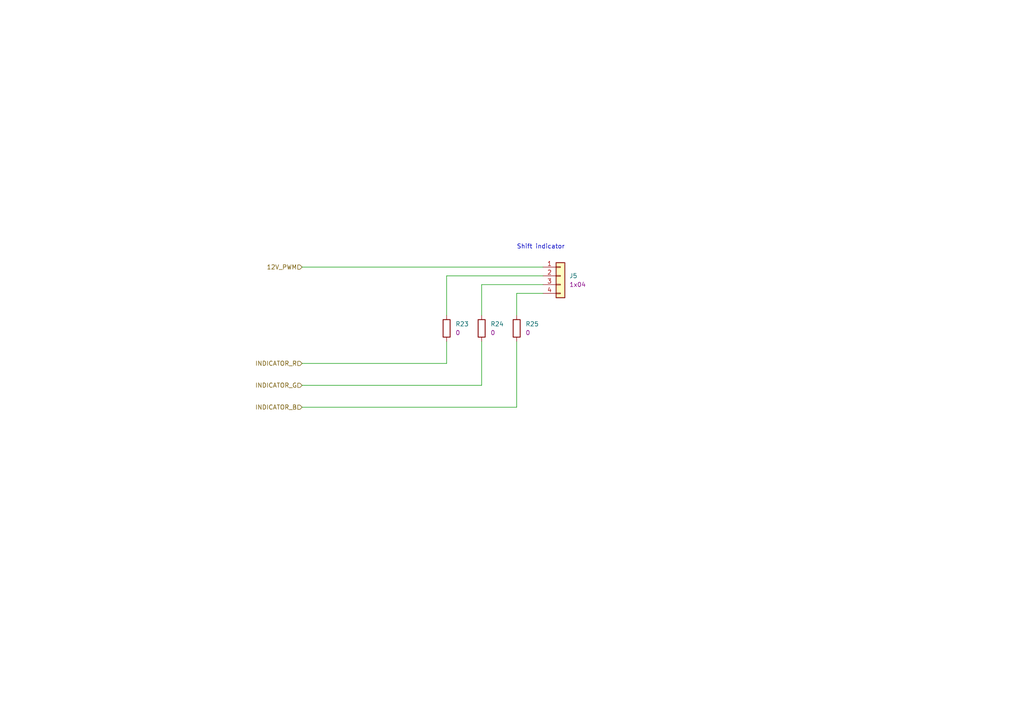
<source format=kicad_sch>
(kicad_sch (version 20211123) (generator eeschema)
  (paper "A4")
  (title_block (title "Gear Display Board") (date "2022-08-13") (rev "1.0") (company "Kallio Designs Oy") (comment 1 "Teemu Latonen") (comment 2 "000064") (comment 3 "000065"))
  (lib_symbols
    (symbol "KD_Connector_Screw:Con_Screw_1x04_691313510004" (pin_names hide)
      (property "Reference" "J" (at 7.366 -0.127 0))
      (property "Code" "1x04" (at 7.366 -2.667 0))
      (symbol "Con_Screw_1x04_691313510004_1_1"
        (rectangle (start 3.81 -7.493) (end 5.08 -7.747) (stroke (width 0.1524)))
        (rectangle (start 3.81 -4.953) (end 5.08 -5.207) (stroke (width 0.1524)))
        (rectangle (start 3.81 -2.413) (end 5.08 -2.667) (stroke (width 0.1524)))
        (rectangle (start 3.81 0.127) (end 5.08 -0.127) (stroke (width 0.1524)))
        (rectangle (start 3.81 1.27) (end 6.35 -8.89) (stroke (width 0.254)) (fill (type background)))
        (pin passive line (at 0 0 0) (length 3.81) (name "Pin_1") (number "1"))
        (pin passive line (at 0 -2.54 0) (length 3.81) (name "Pin_2") (number "2"))
        (pin passive line (at 0 -5.08 0) (length 3.81) (name "Pin_3") (number "3"))
        (pin passive line (at 0 -7.62 0) (length 3.81) (name "Pin_4") (number "4"))
      )
    )
    (symbol "KD_Resistor:R_0805_0_automotive" (pin_numbers hide) (pin_names hide)
      (property "Reference" "R" (at 1.905 1.27 0))
      (property "Code" "0" (at 1.905 -1.27 0))
      (symbol "R_0805_0_automotive_0_1"
        (rectangle (start -1.016 -2.54) (end 1.016 2.54) (stroke (width 0.254)))
      )
      (symbol "R_0805_0_automotive_1_1"
        (pin passive line (at 0 3.81 270) (length 1.27) (name "~") (number "1"))
        (pin passive line (at 0 -3.81 90) (length 1.27) (name "~") (number "2"))
      )
    )
  )
  (wire (pts (xy 129.54 105.41) (xy 129.54 99.06)))
  (wire (pts (xy 87.63 118.11) (xy 149.86 118.11)))
  (wire (pts (xy 157.48 80.01) (xy 129.54 80.01)))
  (wire (pts (xy 129.54 80.01) (xy 129.54 91.44)))
  (wire (pts (xy 157.48 77.47) (xy 87.63 77.47)))
  (wire (pts (xy 87.63 105.41) (xy 129.54 105.41)))
  (wire (pts (xy 139.7 82.55) (xy 139.7 91.44)))
  (wire (pts (xy 149.86 118.11) (xy 149.86 99.06)))
  (wire (pts (xy 149.86 85.09) (xy 149.86 91.44)))
  (wire (pts (xy 139.7 111.76) (xy 87.63 111.76)))
  (wire (pts (xy 157.48 82.55) (xy 139.7 82.55)))
  (wire (pts (xy 139.7 99.06) (xy 139.7 111.76)))
  (wire (pts (xy 157.48 85.09) (xy 149.86 85.09)))
  (text "Shift indicator" (at 149.86 72.39 0) (effects (font (size 1.27 1.27)) (justify left bottom)))
  (hierarchical_label "INDICATOR_R" (shape input) (at 87.63 105.41 180))
  (hierarchical_label "INDICATOR_G" (shape input) (at 87.63 111.76 180))
  (hierarchical_label "INDICATOR_B" (shape input) (at 87.63 118.11 180))
  (hierarchical_label "12V_PWM" (shape input) (at 87.63 77.47 180))
  (symbol (lib_id "KD_Resistor:R_0805_0_automotive") (at 129.54 95.25 0) (unit 1)
    (property "Reference" "R23" (at 132.08 93.9799 0) (effects (justify left)))
    (property "Value" "R_0805_0_automotive" (effects hide))
    (property "Footprint" "KD_Resistor:RESC2012X60N" (effects hide))
    (property "Datasheet" "https://www.seielect.com/catalog/sei-rmcf_rmcp.pdf" (effects hide))
    (property "Code" "0" (at 132.08 96.5199 0) (effects (justify left)))
    (property "Manufacturer" "Stackpole Electronics Inc" (effects hide))
    (property "MFG_PartNo" "RMCF0805ZT0R00" (effects hide))
    (property "Supplier" "Digi-Key" (effects hide))
    (property "Supplier_PartNo" "RMCF0805ZT0R00CT-ND" (effects hide))
    (property "DNP" "F" (effects hide))
    (property "Price" "0.01" (effects hide))
  )
  (symbol (lib_id "KD_Resistor:R_0805_0_automotive") (at 139.7 95.25 0) (unit 1)
    (property "Reference" "R24" (at 142.24 93.9799 0) (effects (justify left)))
    (property "Value" "R_0805_0_automotive" (effects hide))
    (property "Footprint" "KD_Resistor:RESC2012X60N" (effects hide))
    (property "Datasheet" "https://www.seielect.com/catalog/sei-rmcf_rmcp.pdf" (effects hide))
    (property "Code" "0" (at 142.24 96.5199 0) (effects (justify left)))
    (property "Manufacturer" "Stackpole Electronics Inc" (effects hide))
    (property "MFG_PartNo" "RMCF0805ZT0R00" (effects hide))
    (property "Supplier" "Digi-Key" (effects hide))
    (property "Supplier_PartNo" "RMCF0805ZT0R00CT-ND" (effects hide))
    (property "DNP" "F" (effects hide))
    (property "Price" "0.01" (effects hide))
  )
  (symbol (lib_id "KD_Resistor:R_0805_0_automotive") (at 149.86 95.25 0) (unit 1)
    (property "Reference" "R25" (at 152.4 93.9799 0) (effects (justify left)))
    (property "Value" "R_0805_0_automotive" (effects hide))
    (property "Footprint" "KD_Resistor:RESC2012X60N" (effects hide))
    (property "Datasheet" "https://www.seielect.com/catalog/sei-rmcf_rmcp.pdf" (effects hide))
    (property "Code" "0" (at 152.4 96.5199 0) (effects (justify left)))
    (property "Manufacturer" "Stackpole Electronics Inc" (effects hide))
    (property "MFG_PartNo" "RMCF0805ZT0R00" (effects hide))
    (property "Supplier" "Digi-Key" (effects hide))
    (property "Supplier_PartNo" "RMCF0805ZT0R00CT-ND" (effects hide))
    (property "DNP" "F" (effects hide))
    (property "Price" "0.01" (effects hide))
  )
  (symbol (lib_id "KD_Connector_Screw:Con_Screw_1x04_691313510004") (at 157.48 77.47 0) (unit 1)
    (property "Reference" "J5" (at 165.1 80.0099 0) (effects (justify left)))
    (property "Value" "Con_Screw_1x04_691313510004" (effects hide))
    (property "Footprint" "KD_Connector_Screw:CON_508_1X04_691313510004_Mated" (effects hide))
    (property "Datasheet" "https://www.we-online.com/katalog/datasheet/6913135100xx.pdf" (effects hide))
    (property "Code" "1x04" (at 165.1 82.5499 0) (effects (justify left)))
    (property "Manufacturer" "Würth Elektronik" (effects hide))
    (property "MFG_PartNo" "691313510004" (effects hide))
    (property "Supplier" "Digi-Key" (effects hide))
    (property "Supplier_PartNo" "732-2072-ND" (effects hide))
    (property "DNP" "F" (effects hide))
    (property "Price" "0.3" (effects hide))
  )
)
</source>
